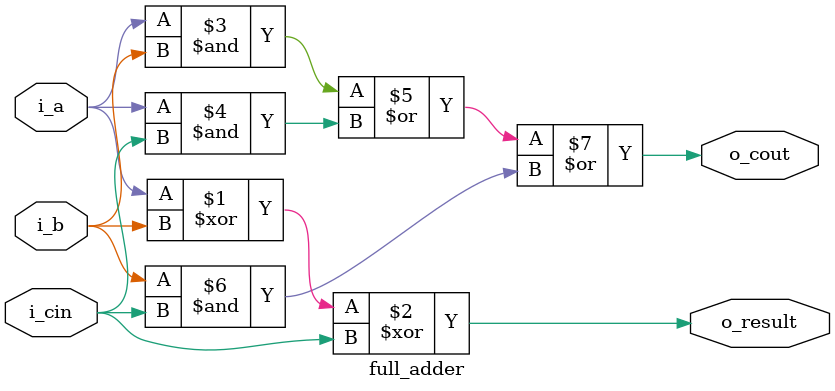
<source format=v>
`ifndef FULL_ADDER_V
`define FULL_ADDER_V

module full_adder(
    input i_a,
    input i_b,
    input i_cin,
    output o_result,
    output o_cout);

    assign o_result = i_a ^ i_b ^ i_cin;
    assign o_cout = (i_a & i_b) | (i_a & i_cin) | (i_b & i_cin);
endmodule

`endif

</source>
